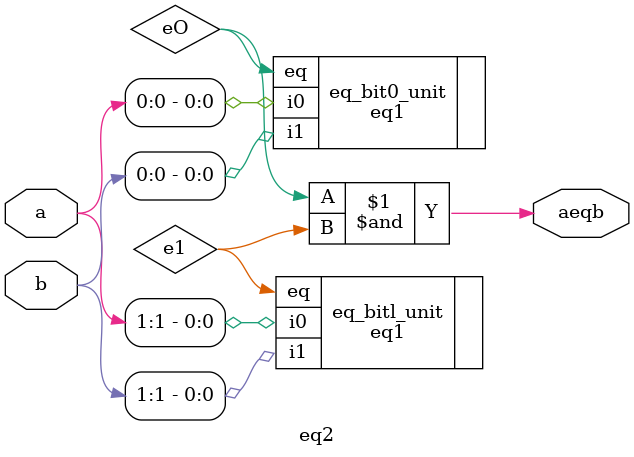
<source format=v>
`timescale 1ns / 1ps

module eq2(
	input wire[1:0] a, b, 
	output wire aeqb 
    );

	// internal signal declar.ation 
	wire eO, e1;

	// instantiate ~H'O I- bit comparators 
	eq1 eq_bit0_unit(.i0(a[0]), .i1(b[0]) , .eq(eO)) ; 
	eq1 eq_bitl_unit(.eq(e1), .i0(a[1]), .i1(b[1])); 
 // a and b are equal if individual bits are equal 
	assign aeqb = eO & e1; 
endmodule 


</source>
